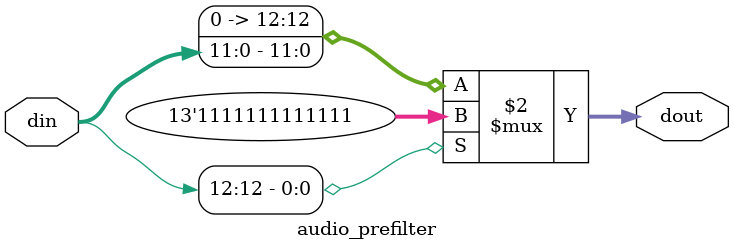
<source format=v>
`timescale 1ns / 1ps


module audio_prefilter #(
    parameter   AUDIO_DW	    =   13
)(
    input       [AUDIO_DW-1:0]   din,
    output      [AUDIO_DW-1:0]   dout
);
    
    assign  dout  = din[AUDIO_DW-1] == 1'b1 ? {AUDIO_DW{1'b1}} : {1'b0, din[AUDIO_DW-2:0]};

endmodule

</source>
